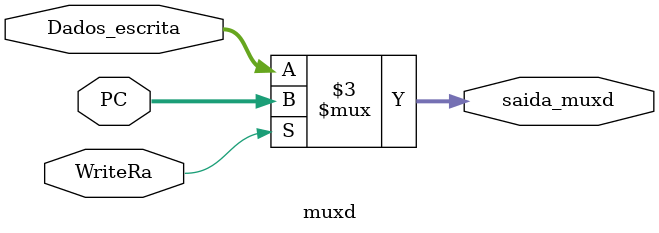
<source format=v>
module muxd (PC, Dados_escrita, WriteRa, saida_muxd);

input [31:0] PC;
input [31:0] Dados_escrita;
input WriteRa;

output reg [31:0] saida_muxd;

always @(*)
begin

	if (WriteRa) saida_muxd = PC;
	else saida_muxd = Dados_escrita;

end

endmodule 
</source>
